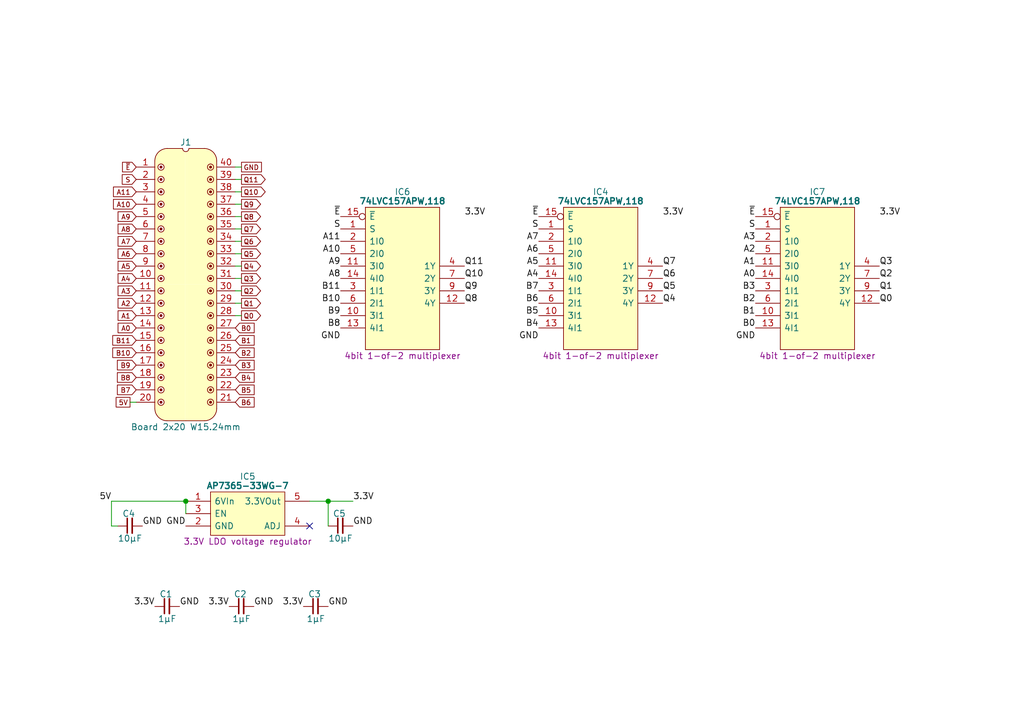
<source format=kicad_sch>
(kicad_sch (version 20250114) (generator "eeschema") (generator_version "9.0")
  (paper "A5")
  (title_block (title "Selector 12bit") (date "2024-02-19") (rev "V0"))
  (lib_symbols
    (symbol "Diodes_Inc:AP7365-33WG-7" (pin_names (offset 0.762))
      (property "Reference" "IC" (at 12.7 5.08 0))
      (property "Value" "AP7365-33WG-7" (at 12.7 3.175 0))
      (property "Description" "3.3V LDO voltage regulator" (at 12.7 -8.255 0))
      (symbol "AP7365-33WG-7_0_0"
        (pin input line (at 0 -2.54 0) (length 5.08) (name "EN") (number "3"))
        (pin passive line (at 0 -5.08 0) (length 5.08) (name "GND") (number "2"))
        (pin passive line (at 25.4 -5.08 180) (length 5.08) (name "ADJ") (number "4"))
      )
      (symbol "AP7365-33WG-7_0_1"
        (polyline (pts (xy 5.08 1.905) (xy 20.32 1.905) (xy 20.32 -6.985) (xy 5.08 -6.985) (xy 5.08 1.905)) (fill (type background)))
      )
      (symbol "AP7365-33WG-7_1_0"
        (pin passive line (at 0 0 0) (length 5.08) (name "6VIn") (number "1"))
        (pin passive line (at 25.4 0 180) (length 5.08) (name "3.3VOut") (number "5"))
      )
    )
    (symbol "HCP65:Board_02x20_W15.24mm" (pin_names (offset 1.016) (hide yes))
      (property "Reference" "J" (at 0 5.08 0))
      (property "Value" "Board 2x20 W15.24mm" (at 0 -53.34 0))
      (symbol "Board_02x20_W15.24mm_0_1"
        (polyline (pts (xy -6.35 1.27) (xy -6.35 -49.53)))
        (arc (start -3.8102 -52.0698) (mid -5.6063 -51.3259) (end -6.3502 -49.5298))
        (arc (start -6.35 1.27) (mid -5.6061 3.0661) (end -3.81 3.81))
        (polyline (pts (xy -3.81 3.81) (xy -0.635 3.81)))
        (arc (start 0.635 3.81) (mid 0 3.175) (end -0.635 3.81))
        (polyline (pts (xy 0.635 3.81) (xy 3.81 3.81)))
        (polyline (pts (xy 3.8098 -52.0698) (xy -3.81 -52.07)))
        (arc (start 3.81 3.81) (mid 5.6061 3.0661) (end 6.35 1.27))
        (arc (start 6.3498 -49.5298) (mid 5.6059 -51.3259) (end 3.8098 -52.0698))
        (polyline (pts (xy 6.35 -49.53) (xy 6.35 1.27)))
      )
      (symbol "Board_02x20_W15.24mm_1_1"
        (polyline (pts (xy -6.35 1.27) (xy -6.096 2.286) (xy -5.588 3.048) (xy -4.826 3.556) (xy -4.064 3.81) (xy -0.762 3.81) (xy -0.508 3.302) (xy 0 3.048) (xy 0 -24.13) (xy -6.35 -24.13) (xy -6.35 1.27)) (stroke (width -0.0001)) (fill (type background)))
        (polyline (pts (xy -6.35 -24.13) (xy 0 -24.13) (xy 0 -52.07) (xy -3.81 -52.07) (xy -4.826 -51.816) (xy -5.588 -51.308) (xy -6.096 -50.546) (xy -6.35 -49.53)) (stroke (width -0.0001)) (fill (type background)))
        (circle (center -5.08 0) (radius 0.0001) (stroke (width 0.3)))
        (circle (center -5.08 0) (radius 0.635) (fill (type color) (color 255 255 255 1)))
        (circle (center -5.08 -2.54) (radius 0.0001) (stroke (width 0.3)))
        (circle (center -5.08 -2.54) (radius 0.635) (fill (type color) (color 255 255 255 1)))
        (circle (center -5.08 -5.08) (radius 0.0001) (stroke (width 0.3)))
        (circle (center -5.08 -5.08) (radius 0.635) (fill (type color) (color 255 255 255 1)))
        (circle (center -5.08 -7.62) (radius 0.0001) (stroke (width 0.3)))
        (circle (center -5.08 -7.62) (radius 0.635) (fill (type color) (color 255 255 255 1)))
        (circle (center -5.08 -10.16) (radius 0.0001) (stroke (width 0.3)))
        (circle (center -5.08 -10.16) (radius 0.635) (fill (type color) (color 255 255 255 1)))
        (circle (center -5.08 -12.7) (radius 0.0001) (stroke (width 0.3)))
        (circle (center -5.08 -12.7) (radius 0.635) (fill (type color) (color 255 255 255 1)))
        (circle (center -5.08 -15.24) (radius 0.0001) (stroke (width 0.3)))
        (circle (center -5.08 -15.24) (radius 0.635) (fill (type color) (color 255 255 255 1)))
        (circle (center -5.08 -17.78) (radius 0.0001) (stroke (width 0.3)))
        (circle (center -5.08 -17.78) (radius 0.635) (fill (type color) (color 255 255 255 1)))
        (circle (center -5.08 -20.32) (radius 0.0001) (stroke (width 0.3)))
        (circle (center -5.08 -20.32) (radius 0.635) (fill (type color) (color 255 255 255 1)))
        (circle (center -5.08 -22.86) (radius 0.0001) (stroke (width 0.3)))
        (circle (center -5.08 -22.86) (radius 0.635) (fill (type color) (color 255 255 255 1)))
        (circle (center -5.08 -25.4) (radius 0.0001) (stroke (width 0.3)))
        (circle (center -5.08 -25.4) (radius 0.635) (fill (type color) (color 255 255 255 1)))
        (circle (center -5.08 -27.94) (radius 0.0001) (stroke (width 0.3)))
        (circle (center -5.08 -27.94) (radius 0.635) (fill (type color) (color 255 255 255 1)))
        (circle (center -5.08 -30.48) (radius 0.0001) (stroke (width 0.3)))
        (circle (center -5.08 -30.48) (radius 0.635) (fill (type color) (color 255 255 255 1)))
        (circle (center -5.08 -33.02) (radius 0.0001) (stroke (width 0.3)))
        (circle (center -5.08 -33.02) (radius 0.635) (fill (type color) (color 255 255 255 1)))
        (circle (center -5.08 -35.56) (radius 0.0001) (stroke (width 0.3)))
        (circle (center -5.08 -35.56) (radius 0.635) (fill (type color) (color 255 255 255 1)))
        (circle (center -5.08 -38.1) (radius 0.0001) (stroke (width 0.3)))
        (circle (center -5.08 -38.1) (radius 0.635) (fill (type color) (color 255 255 255 1)))
        (circle (center -5.08 -40.64) (radius 0.0001) (stroke (width 0.3)))
        (circle (center -5.08 -40.64) (radius 0.635) (fill (type color) (color 255 255 255 1)))
        (circle (center -5.08 -43.18) (radius 0.0001) (stroke (width 0.3)))
        (circle (center -5.08 -43.18) (radius 0.635) (fill (type color) (color 255 255 255 1)))
        (circle (center -5.08 -45.72) (radius 0.0001) (stroke (width 0.3)))
        (circle (center -5.08 -45.72) (radius 0.635) (fill (type color) (color 255 255 255 1)))
        (circle (center -5.08 -48.26) (radius 0.0001) (stroke (width 0.3)))
        (circle (center -5.08 -48.26) (radius 0.635) (fill (type color) (color 255 255 255 1)))
        (circle (center 5.08 0) (radius 0.0001) (stroke (width 0.3)))
        (circle (center 5.08 0) (radius 0.635) (fill (type color) (color 255 255 255 1)))
        (circle (center 5.08 -2.54) (radius 0.0001) (stroke (width 0.3)))
        (circle (center 5.08 -2.54) (radius 0.635) (fill (type color) (color 255 255 255 1)))
        (circle (center 5.08 -5.08) (radius 0.0001) (stroke (width 0.3)))
        (circle (center 5.08 -5.08) (radius 0.635) (fill (type color) (color 255 255 255 1)))
        (circle (center 5.08 -7.62) (radius 0.0001) (stroke (width 0.3)))
        (circle (center 5.08 -7.62) (radius 0.635) (fill (type color) (color 255 255 255 1)))
        (circle (center 5.08 -10.16) (radius 0.0001) (stroke (width 0.3)))
        (circle (center 5.08 -10.16) (radius 0.635) (fill (type color) (color 255 255 255 1)))
        (circle (center 5.08 -12.7) (radius 0.0001) (stroke (width 0.3)))
        (circle (center 5.08 -12.7) (radius 0.635) (fill (type color) (color 255 255 255 1)))
        (circle (center 5.08 -15.24) (radius 0.0001) (stroke (width 0.3)))
        (circle (center 5.08 -15.24) (radius 0.635) (fill (type color) (color 255 255 255 1)))
        (circle (center 5.08 -17.78) (radius 0.0001) (stroke (width 0.3)))
        (circle (center 5.08 -17.78) (radius 0.635) (fill (type color) (color 255 255 255 1)))
        (circle (center 5.08 -20.32) (radius 0.0001) (stroke (width 0.3)))
        (circle (center 5.08 -20.32) (radius 0.635) (fill (type color) (color 255 255 255 1)))
        (circle (center 5.08 -22.86) (radius 0.0001) (stroke (width 0.3)))
        (circle (center 5.08 -22.86) (radius 0.635) (fill (type color) (color 255 255 255 1)))
        (circle (center 5.08 -25.4) (radius 0.0001) (stroke (width 0.3)))
        (circle (center 5.08 -25.4) (radius 0.635) (fill (type color) (color 255 255 255 1)))
        (circle (center 5.08 -27.94) (radius 0.0001) (stroke (width 0.3)))
        (circle (center 5.08 -27.94) (radius 0.635) (fill (type color) (color 255 255 255 1)))
        (circle (center 5.08 -30.48) (radius 0.0001) (stroke (width 0.3)))
        (circle (center 5.08 -30.48) (radius 0.635) (fill (type color) (color 255 255 255 1)))
        (circle (center 5.08 -33.02) (radius 0.0001) (stroke (width 0.3)))
        (circle (center 5.08 -33.02) (radius 0.635) (fill (type color) (color 255 255 255 1)))
        (circle (center 5.08 -35.56) (radius 0.0001) (stroke (width 0.3)))
        (circle (center 5.08 -35.56) (radius 0.635) (fill (type color) (color 255 255 255 1)))
        (circle (center 5.08 -38.1) (radius 0.0001) (stroke (width 0.3)))
        (circle (center 5.08 -38.1) (radius 0.635) (fill (type color) (color 255 255 255 1)))
        (circle (center 5.08 -40.64) (radius 0.0001) (stroke (width 0.3)))
        (circle (center 5.08 -40.64) (radius 0.635) (fill (type color) (color 255 255 255 1)))
        (circle (center 5.08 -43.18) (radius 0.0001) (stroke (width 0.3)))
        (circle (center 5.08 -43.18) (radius 0.635) (fill (type color) (color 255 255 255 1)))
        (circle (center 5.08 -45.72) (radius 0.0001) (stroke (width 0.3)))
        (circle (center 5.08 -45.72) (radius 0.635) (fill (type color) (color 255 255 255 1)))
        (circle (center 5.08 -48.26) (radius 0.0001) (stroke (width 0.3)))
        (circle (center 5.08 -48.26) (radius 0.635) (fill (type color) (color 255 255 255 1)))
        (polyline (pts (xy 6.35 1.27) (xy 6.096 2.286) (xy 5.588 3.048) (xy 4.826 3.556) (xy 4.064 3.81) (xy 0.762 3.81) (xy 0.508 3.302) (xy 0 3.048) (xy 0 -24.13) (xy 6.35 -24.13) (xy 6.35 1.27)) (stroke (width -0.0001)) (fill (type background)))
        (polyline (pts (xy 6.35 -24.13) (xy 0 -24.13) (xy 0 -52.07) (xy 3.81 -52.07) (xy 4.826 -51.816) (xy 5.588 -51.308) (xy 6.096 -50.546) (xy 6.35 -49.53)) (stroke (width -0.0001)) (fill (type background)))
        (pin passive line (at -10.16 0 0) (length 3.81) (name "") (number "1"))
        (pin passive line (at -10.16 -2.54 0) (length 3.81) (name "") (number "2"))
        (pin passive line (at -10.16 -5.08 0) (length 3.81) (name "") (number "3"))
        (pin passive line (at -10.16 -7.62 0) (length 3.81) (name "") (number "4"))
        (pin passive line (at -10.16 -10.16 0) (length 3.81) (name "") (number "5"))
        (pin passive line (at -10.16 -12.7 0) (length 3.81) (name "") (number "6"))
        (pin passive line (at -10.16 -15.24 0) (length 3.81) (name "") (number "7"))
        (pin passive line (at -10.16 -17.78 0) (length 3.81) (name "") (number "8"))
        (pin passive line (at -10.16 -20.32 0) (length 3.81) (name "") (number "9"))
        (pin passive line (at -10.16 -22.86 0) (length 3.81) (name "") (number "10"))
        (pin passive line (at -10.16 -25.4 0) (length 3.81) (name "") (number "11"))
        (pin passive line (at -10.16 -27.94 0) (length 3.81) (name "") (number "12"))
        (pin passive line (at -10.16 -30.48 0) (length 3.81) (name "") (number "13"))
        (pin passive line (at -10.16 -33.02 0) (length 3.81) (name "") (number "14"))
        (pin passive line (at -10.16 -35.56 0) (length 3.81) (name "") (number "15"))
        (pin passive line (at -10.16 -38.1 0) (length 3.81) (name "") (number "16"))
        (pin passive line (at -10.16 -40.64 0) (length 3.81) (name "") (number "17"))
        (pin passive line (at -10.16 -43.18 0) (length 3.81) (name "") (number "18"))
        (pin passive line (at -10.16 -45.72 0) (length 3.81) (name "") (number "19"))
        (pin passive line (at -10.16 -48.26 0) (length 3.81) (name "") (number "20"))
        (pin passive line (at 10.16 0 180) (length 3.81) (name "") (number "40"))
        (pin passive line (at 10.16 -2.54 180) (length 3.81) (name "") (number "39"))
        (pin passive line (at 10.16 -5.08 180) (length 3.81) (name "") (number "38"))
        (pin passive line (at 10.16 -7.62 180) (length 3.81) (name "") (number "37"))
        (pin passive line (at 10.16 -10.16 180) (length 3.81) (name "") (number "36"))
        (pin passive line (at 10.16 -12.7 180) (length 3.81) (name "") (number "35"))
        (pin passive line (at 10.16 -15.24 180) (length 3.81) (name "") (number "34"))
        (pin passive line (at 10.16 -17.78 180) (length 3.81) (name "") (number "33"))
        (pin passive line (at 10.16 -20.32 180) (length 3.81) (name "") (number "32"))
        (pin passive line (at 10.16 -22.86 180) (length 3.81) (name "") (number "31"))
        (pin passive line (at 10.16 -25.4 180) (length 3.81) (name "") (number "30"))
        (pin passive line (at 10.16 -27.94 180) (length 3.81) (name "") (number "29"))
        (pin passive line (at 10.16 -30.48 180) (length 3.81) (name "") (number "28"))
        (pin passive line (at 10.16 -33.02 180) (length 3.81) (name "") (number "27"))
        (pin passive line (at 10.16 -35.56 180) (length 3.81) (name "") (number "26"))
        (pin passive line (at 10.16 -38.1 180) (length 3.81) (name "") (number "25"))
        (pin passive line (at 10.16 -40.64 180) (length 3.81) (name "") (number "24"))
        (pin passive line (at 10.16 -43.18 180) (length 3.81) (name "") (number "23"))
        (pin passive line (at 10.16 -45.72 180) (length 3.81) (name "") (number "22"))
        (pin passive line (at 10.16 -48.26 180) (length 3.81) (name "") (number "21"))
      )
    )
    (symbol "HCP65:C_0805" (pin_numbers (hide yes)) (pin_names (offset 0.254) (hide yes))
      (property "Reference" "C" (at 2.286 2.54 0))
      (property "Value" "?μF" (at 2.54 -2.54 0))
      (symbol "C_0805_0_1"
        (polyline (pts (xy 1.9685 -1.4605) (xy 1.9685 1.5875)) (stroke (width 0.3048)))
        (polyline (pts (xy 2.9845 -1.4605) (xy 2.9845 1.5875)) (stroke (width 0.3302)))
      )
      (symbol "C_0805_1_1"
        (pin passive line (at 0 0 0) (length 2.032) (name "~") (number "1"))
        (pin passive line (at 5.08 0 180) (length 2.032) (name "~") (number "2"))
      )
    )
    (symbol "Nexperia:74LVC157APW,118" (pin_names (offset 0.762))
      (property "Reference" "IC" (at 12.7 5.08 0))
      (property "Value" "74LVC157APW,118" (at 12.7 3.175 0))
      (property "Description" "4bit 1-of-2 multiplexer" (at 12.7 -28.575 0))
      (symbol "74LVC157APW,118_0_0"
        (pin input line (at 0 -2.54 0) (length 5.08) (name "S") (number "1"))
        (pin input line (at 0 -5.08 0) (length 5.08) (name "1I0") (number "2"))
        (pin input line (at 0 -7.62 0) (length 5.08) (name "2I0") (number "5"))
        (pin input line (at 0 -10.16 0) (length 5.08) (name "3I0") (number "11"))
        (pin input line (at 0 -12.7 0) (length 5.08) (name "4I0") (number "14"))
        (pin input line (at 0 -15.24 0) (length 5.08) (name "1I1") (number "3"))
        (pin input line (at 0 -17.78 0) (length 5.08) (name "2I1") (number "6"))
        (pin input line (at 0 -20.32 0) (length 5.08) (name "3I1") (number "10"))
        (pin input line (at 0 -22.86 0) (length 5.08) (name "4I1") (number "13"))
        (pin passive line (at 0 -25.4 0) (length 5.08) (hide yes) (name "GND") (number "8"))
        (pin passive line (at 25.4 0 180) (length 5.08) (hide yes) (name "3V") (number "16"))
        (pin output line (at 25.4 -10.16 180) (length 5.08) (name "1Y") (number "4"))
        (pin output line (at 25.4 -12.7 180) (length 5.08) (name "2Y") (number "7"))
        (pin output line (at 25.4 -15.24 180) (length 5.08) (name "3Y") (number "9"))
        (pin output line (at 25.4 -17.78 180) (length 5.08) (name "4Y") (number "12"))
      )
      (symbol "74LVC157APW,118_0_1"
        (polyline (pts (xy 5.08 1.905) (xy 20.32 1.905) (xy 20.32 -27.305) (xy 5.08 -27.305) (xy 5.08 1.905)) (stroke (width 0.1524)) (fill (type background)))
      )
      (symbol "74LVC157APW,118_1_0"
        (pin input inverted (at 0 0 0) (length 5.08) (name "~{E}") (number "15"))
      )
    )
  )
  (junction (at 38.1 102.87))
  (junction (at 67.31 102.87))
  (no_connect (at 63.5 107.95))
  (wire (pts (xy 26.67 82.55) (xy 27.94 82.55)))
  (wire (pts (xy 49.53 62.23) (xy 48.26 62.23)))
  (wire (pts (xy 67.31 107.95) (xy 67.31 102.87)))
  (wire (pts (xy 49.53 57.15) (xy 48.26 57.15)))
  (wire (pts (xy 49.53 46.99) (xy 48.26 46.99)))
  (wire (pts (xy 49.53 54.61) (xy 48.26 54.61)))
  (wire (pts (xy 49.53 39.37) (xy 48.26 39.37)))
  (wire (pts (xy 22.86 102.87) (xy 38.1 102.87)))
  (wire (pts (xy 49.53 49.53) (xy 48.26 49.53)))
  (wire (pts (xy 38.1 102.87) (xy 38.1 105.41)))
  (wire (pts (xy 49.53 34.29) (xy 48.26 34.29)))
  (wire (pts (xy 49.53 59.69) (xy 48.26 59.69)))
  (wire (pts (xy 49.53 44.45) (xy 48.26 44.45)))
  (wire (pts (xy 63.5 102.87) (xy 67.31 102.87)))
  (wire (pts (xy 49.53 52.07) (xy 48.26 52.07)))
  (wire (pts (xy 49.53 64.77) (xy 48.26 64.77)))
  (wire (pts (xy 22.86 102.87) (xy 22.86 107.95)))
  (wire (pts (xy 49.53 36.83) (xy 48.26 36.83)))
  (wire (pts (xy 49.53 41.91) (xy 48.26 41.91)))
  (wire (pts (xy 22.86 107.95) (xy 24.13 107.95)))
  (wire (pts (xy 67.31 102.87) (xy 72.39 102.87)))
  (label "Q8" (at 95.25 62.23 0))
  (label "GND" (at 67.31 124.46 0))
  (label "A11" (at 69.85 49.53 180))
  (label "GND" (at 72.39 107.95 0))
  (label "B11" (at 69.85 59.69 180))
  (label "S" (at 110.49 46.99 180))
  (label "A3" (at 154.94 49.53 180))
  (label "A2" (at 154.94 52.07 180))
  (label "A6" (at 110.49 52.07 180))
  (label "B10" (at 69.85 62.23 180))
  (label "GND" (at 69.85 69.85 180))
  (label "GND" (at 29.21 107.95 0))
  (label "5V" (at 22.86 102.87 180))
  (label "~{E}" (at 69.85 44.45 180))
  (label "Q2" (at 180.34 57.15 0))
  (label "B1" (at 154.94 64.77 180))
  (label "S" (at 69.85 46.99 180))
  (label "Q9" (at 95.25 59.69 0))
  (label "GND" (at 38.1 107.95 180))
  (label "A9" (at 69.85 54.61 180))
  (label "A0" (at 154.94 57.15 180))
  (label "Q10" (at 95.25 57.15 0))
  (label "3.3V" (at 180.34 44.45 0))
  (label "B5" (at 110.49 64.77 180))
  (label "3.3V" (at 95.25 44.45 0))
  (label "3.3V" (at 31.75 124.46 180))
  (label "A7" (at 110.49 49.53 180))
  (label "3.3V" (at 46.99 124.46 180))
  (label "Q1" (at 180.34 59.69 0))
  (label "Q3" (at 180.34 54.61 0))
  (label "B7" (at 110.49 59.69 180))
  (label "GND" (at 110.49 69.85 180))
  (label "Q6" (at 135.89 57.15 0))
  (label "~{E}" (at 110.49 44.45 180))
  (label "3.3V" (at 135.89 44.45 0))
  (label "Q5" (at 135.89 59.69 0))
  (label "B9" (at 69.85 64.77 180))
  (label "GND" (at 52.07 124.46 0))
  (label "B4" (at 110.49 67.31 180))
  (label "A1" (at 154.94 54.61 180))
  (label "GND" (at 36.83 124.46 0))
  (label "B3" (at 154.94 59.69 180))
  (label "B2" (at 154.94 62.23 180))
  (label "Q11" (at 95.25 54.61 0))
  (label "3.3V" (at 72.39 102.87 0))
  (label "S" (at 154.94 46.99 180))
  (label "B8" (at 69.85 67.31 180))
  (label "A4" (at 110.49 57.15 180))
  (label "GND" (at 154.94 69.85 180))
  (label "3.3V" (at 62.23 124.46 180))
  (label "A8" (at 69.85 57.15 180))
  (label "B0" (at 154.94 67.31 180))
  (label "A5" (at 110.49 54.61 180))
  (label "~{E}" (at 154.94 44.45 180))
  (label "B6" (at 110.49 62.23 180))
  (label "Q7" (at 135.89 54.61 0))
  (label "A10" (at 69.85 52.07 180))
  (label "Q4" (at 135.89 62.23 0))
  (label "Q0" (at 180.34 62.23 0))
  (global_label "B5" (shape input) (at 48.26 80.01 0) (effects (font (size 1 1))) (property "Intersheetrefs" "${INTERSHEET_REFS}" (effects (hide yes))))
  (global_label "A4" (shape input) (at 27.94 57.15 180) (effects (font (size 1 1))) (property "Intersheetrefs" "${INTERSHEET_REFS}" (effects (hide yes))))
  (global_label "S" (shape input) (at 27.94 36.83 180) (effects (font (size 1 1))) (property "Intersheetrefs" "${INTERSHEET_REFS}" (effects (hide yes))))
  (global_label "B8" (shape input) (at 27.94 77.47 180) (effects (font (size 1 1))) (property "Intersheetrefs" "${INTERSHEET_REFS}" (effects (hide yes))))
  (global_label "Q6" (shape output) (at 49.53 49.53 0) (effects (font (size 1 1))) (property "Intersheetrefs" "${INTERSHEET_REFS}" (effects (hide yes))))
  (global_label "Q3" (shape output) (at 49.53 57.15 0) (effects (font (size 1 1))) (property "Intersheetrefs" "${INTERSHEET_REFS}" (effects (hide yes))))
  (global_label "A6" (shape input) (at 27.94 52.07 180) (effects (font (size 1 1))) (property "Intersheetrefs" "${INTERSHEET_REFS}" (effects (hide yes))))
  (global_label "Q7" (shape output) (at 49.53 46.99 0) (effects (font (size 1 1))) (property "Intersheetrefs" "${INTERSHEET_REFS}" (effects (hide yes))))
  (global_label "B3" (shape input) (at 48.26 74.93 0) (effects (font (size 1 1))) (property "Intersheetrefs" "${INTERSHEET_REFS}" (effects (hide yes))))
  (global_label "Q9" (shape output) (at 49.53 41.91 0) (effects (font (size 1 1))) (property "Intersheetrefs" "${INTERSHEET_REFS}" (effects (hide yes))))
  (global_label "Q4" (shape output) (at 49.53 54.61 0) (effects (font (size 1 1))) (property "Intersheetrefs" "${INTERSHEET_REFS}" (effects (hide yes))))
  (global_label "A5" (shape input) (at 27.94 54.61 180) (effects (font (size 1 1))) (property "Intersheetrefs" "${INTERSHEET_REFS}" (effects (hide yes))))
  (global_label "A7" (shape input) (at 27.94 49.53 180) (effects (font (size 1 1))) (property "Intersheetrefs" "${INTERSHEET_REFS}" (effects (hide yes))))
  (global_label "B1" (shape input) (at 48.26 69.85 0) (effects (font (size 1 1))) (property "Intersheetrefs" "${INTERSHEET_REFS}" (effects (hide yes))))
  (global_label "B11" (shape input) (at 27.94 69.85 180) (effects (font (size 1 1))) (property "Intersheetrefs" "${INTERSHEET_REFS}" (effects (hide yes))))
  (global_label "B2" (shape input) (at 48.26 72.39 0) (effects (font (size 1 1))) (property "Intersheetrefs" "${INTERSHEET_REFS}" (effects (hide yes))))
  (global_label "B4" (shape input) (at 48.26 77.47 0) (effects (font (size 1 1))) (property "Intersheetrefs" "${INTERSHEET_REFS}" (effects (hide yes))))
  (global_label "A3" (shape input) (at 27.94 59.69 180) (effects (font (size 1 1))) (property "Intersheetrefs" "${INTERSHEET_REFS}" (effects (hide yes))))
  (global_label "B10" (shape input) (at 27.94 72.39 180) (effects (font (size 1 1))) (property "Intersheetrefs" "${INTERSHEET_REFS}" (effects (hide yes))))
  (global_label "GND" (shape passive) (at 49.53 34.29 0) (effects (font (size 1 1))) (property "Intersheetrefs" "${INTERSHEET_REFS}" (effects (hide yes))))
  (global_label "A9" (shape input) (at 27.94 44.45 180) (effects (font (size 1 1))) (property "Intersheetrefs" "${INTERSHEET_REFS}" (effects (hide yes))))
  (global_label "B9" (shape input) (at 27.94 74.93 180) (effects (font (size 1 1))) (property "Intersheetrefs" "${INTERSHEET_REFS}" (effects (hide yes))))
  (global_label "B7" (shape input) (at 27.94 80.01 180) (effects (font (size 1 1))) (property "Intersheetrefs" "${INTERSHEET_REFS}" (effects (hide yes))))
  (global_label "A0" (shape input) (at 27.94 67.31 180) (effects (font (size 1 1))) (property "Intersheetrefs" "${INTERSHEET_REFS}" (effects (hide yes))))
  (global_label "A10" (shape input) (at 27.94 41.91 180) (effects (font (size 1 1))) (property "Intersheetrefs" "${INTERSHEET_REFS}" (effects (hide yes))))
  (global_label "Q1" (shape output) (at 49.53 62.23 0) (effects (font (size 1 1))) (property "Intersheetrefs" "${INTERSHEET_REFS}" (effects (hide yes))))
  (global_label "Q11" (shape output) (at 49.53 36.83 0) (effects (font (size 1 1))) (property "Intersheetrefs" "${INTERSHEET_REFS}" (effects (hide yes))))
  (global_label "Q8" (shape output) (at 49.53 44.45 0) (effects (font (size 1 1))) (property "Intersheetrefs" "${INTERSHEET_REFS}" (effects (hide yes))))
  (global_label "A11" (shape input) (at 27.94 39.37 180) (effects (font (size 1 1))) (property "Intersheetrefs" "${INTERSHEET_REFS}" (effects (hide yes))))
  (global_label "~{E}" (shape input) (at 27.94 34.29 180) (effects (font (size 1 1))) (property "Intersheetrefs" "${INTERSHEET_REFS}" (effects (hide yes))))
  (global_label "B0" (shape input) (at 48.26 67.31 0) (effects (font (size 1 1))) (property "Intersheetrefs" "${INTERSHEET_REFS}" (effects (hide yes))))
  (global_label "Q0" (shape output) (at 49.53 64.77 0) (effects (font (size 1 1))) (property "Intersheetrefs" "${INTERSHEET_REFS}" (effects (hide yes))))
  (global_label "Q5" (shape output) (at 49.53 52.07 0) (effects (font (size 1 1))) (property "Intersheetrefs" "${INTERSHEET_REFS}" (effects (hide yes))))
  (global_label "A1" (shape input) (at 27.94 64.77 180) (effects (font (size 1 1))) (property "Intersheetrefs" "${INTERSHEET_REFS}" (effects (hide yes))))
  (global_label "5V" (shape passive) (at 26.67 82.55 180) (effects (font (size 1 1))) (property "Intersheetrefs" "${INTERSHEET_REFS}" (effects (hide yes))))
  (global_label "A8" (shape input) (at 27.94 46.99 180) (effects (font (size 1 1))) (property "Intersheetrefs" "${INTERSHEET_REFS}" (effects (hide yes))))
  (global_label "A2" (shape input) (at 27.94 62.23 180) (effects (font (size 1 1))) (property "Intersheetrefs" "${INTERSHEET_REFS}" (effects (hide yes))))
  (global_label "Q2" (shape output) (at 49.53 59.69 0) (effects (font (size 1 1))) (property "Intersheetrefs" "${INTERSHEET_REFS}" (effects (hide yes))))
  (global_label "Q10" (shape output) (at 49.53 39.37 0) (effects (font (size 1 1))) (property "Intersheetrefs" "${INTERSHEET_REFS}" (effects (hide yes))))
  (global_label "B6" (shape input) (at 48.26 82.55 0) (effects (font (size 1 1))) (property "Intersheetrefs" "${INTERSHEET_REFS}" (effects (hide yes))))
  (symbol (lib_id "HCP65:Board_02x20_W15.24mm") (at 38.1 34.29 0) (unit 1)
    (property "Reference" "J1" (at 38.1 29.21 0))
    (property "Value" "Board 2x20 W15.24mm" (at 38.1 87.63 0))
    (property "Footprint" "SamacSys_Parts:DIP-40_Board_W15.24mm_Alt" (effects (hide yes)))
  )
  (symbol (lib_id "HCP65:C_0805") (at 62.23 124.46 0) (unit 1)
    (property "Reference" "C3" (at 64.516 121.92 0))
    (property "Value" "1μF" (at 64.77 127 0))
    (property "Footprint" "SamacSys_Parts:C_0805" (effects (hide yes)))
  )
  (symbol (lib_id "HCP65:C_0805") (at 31.75 124.46 0) (unit 1)
    (property "Reference" "C1" (at 34.036 121.92 0))
    (property "Value" "1μF" (at 34.29 127 0))
    (property "Footprint" "SamacSys_Parts:C_0805" (effects (hide yes)))
  )
  (symbol (lib_id "Nexperia:74LVC157APW,118") (at 154.94 44.45 0) (unit 1)
    (property "Reference" "IC7" (at 167.64 39.37 0))
    (property "Value" "74LVC157APW,118" (at 167.64 41.275 0) (effects (font (bold yes))))
    (property "Footprint" "SamacSys_Parts:SOP65P640X110-16N" (effects (hide yes)))
    (property "Datasheet" "https://assets.nexperia.com/documents/data-sheet/74LVC157A.pdf" (effects (hide yes)))
    (property "Description" "4bit 1-of-2 multiplexer" (at 167.64 73.025 0))
    (property "Height" "1.1" (effects (hide yes)))
    (property "Mouser Part Number" "771-74LVC157APW-T" (effects (hide yes)))
    (property "Mouser Price/Stock" "https://www.mouser.co.uk/ProductDetail/Nexperia/74LVC157APW118?qs=me8TqzrmIYWzCqHfrjyLrQ%3D%3D" (effects (hide yes)))
    (property "Manufacturer_Name" "Nexperia" (effects (hide yes)))
    (property "Manufacturer_Part_Number" "74LVC157APW,118" (effects (hide yes)))
    (property "Silkscreen" "74LVC157" (effects (hide yes)))
  )
  (symbol (lib_id "HCP65:C_0805") (at 46.99 124.46 0) (unit 1)
    (property "Reference" "C2" (at 49.276 121.92 0))
    (property "Value" "1μF" (at 49.53 127 0))
    (property "Footprint" "SamacSys_Parts:C_0805" (effects (hide yes)))
  )
  (symbol (lib_id "Nexperia:74LVC157APW,118") (at 110.49 44.45 0) (unit 1)
    (property "Reference" "IC4" (at 123.19 39.37 0))
    (property "Value" "74LVC157APW,118" (at 123.19 41.275 0) (effects (font (bold yes))))
    (property "Footprint" "SamacSys_Parts:SOP65P640X110-16N" (effects (hide yes)))
    (property "Datasheet" "https://assets.nexperia.com/documents/data-sheet/74LVC157A.pdf" (effects (hide yes)))
    (property "Description" "4bit 1-of-2 multiplexer" (at 123.19 73.025 0))
    (property "Height" "1.1" (effects (hide yes)))
    (property "Mouser Part Number" "771-74LVC157APW-T" (effects (hide yes)))
    (property "Mouser Price/Stock" "https://www.mouser.co.uk/ProductDetail/Nexperia/74LVC157APW118?qs=me8TqzrmIYWzCqHfrjyLrQ%3D%3D" (effects (hide yes)))
    (property "Manufacturer_Name" "Nexperia" (effects (hide yes)))
    (property "Manufacturer_Part_Number" "74LVC157APW,118" (effects (hide yes)))
    (property "Silkscreen" "74LVC157" (effects (hide yes)))
  )
  (symbol (lib_id "Nexperia:74LVC157APW,118") (at 69.85 44.45 0) (unit 1)
    (property "Reference" "IC6" (at 82.55 39.37 0))
    (property "Value" "74LVC157APW,118" (at 82.55 41.275 0) (effects (font (bold yes))))
    (property "Footprint" "SamacSys_Parts:SOP65P640X110-16N" (effects (hide yes)))
    (property "Datasheet" "https://assets.nexperia.com/documents/data-sheet/74LVC157A.pdf" (effects (hide yes)))
    (property "Description" "4bit 1-of-2 multiplexer" (at 82.55 73.025 0))
    (property "Height" "1.1" (effects (hide yes)))
    (property "Mouser Part Number" "771-74LVC157APW-T" (effects (hide yes)))
    (property "Mouser Price/Stock" "https://www.mouser.co.uk/ProductDetail/Nexperia/74LVC157APW118?qs=me8TqzrmIYWzCqHfrjyLrQ%3D%3D" (effects (hide yes)))
    (property "Manufacturer_Name" "Nexperia" (effects (hide yes)))
    (property "Manufacturer_Part_Number" "74LVC157APW,118" (effects (hide yes)))
    (property "Silkscreen" "74LVC157" (effects (hide yes)))
  )
  (symbol (lib_id "HCP65:C_0805") (at 24.13 107.95 0) (unit 1)
    (property "Reference" "C4" (at 26.416 105.41 0))
    (property "Value" "10µF" (at 24.13 110.49 0) (effects (justify left)))
    (property "Footprint" "SamacSys_Parts:C_0805" (effects (hide yes)))
  )
  (symbol (lib_id "Diodes_Inc:AP7365-33WG-7") (at 38.1 102.87 0) (unit 1)
    (property "Reference" "IC5" (at 50.8 97.79 0))
    (property "Value" "AP7365-33WG-7" (at 50.8 99.695 0) (effects (font (bold yes))))
    (property "Footprint" "SamacSys_Parts:SOT95P285X130-5N" (effects (hide yes)))
    (property "Datasheet" "https://componentsearchengine.com/Datasheets/1/AP7365-33WG-7.pdf" (effects (hide yes)))
    (property "Description" "3.3V LDO voltage regulator" (at 50.8 111.125 0))
    (property "Height" "1.3" (effects (hide yes)))
    (property "Manufacturer_Name" "Diodes Inc." (effects (hide yes)))
    (property "Manufacturer_Part_Number" "AP7365-33WG-7" (effects (hide yes)))
    (property "Mouser Part Number" "621-AP7365-33WG-7" (effects (hide yes)))
    (property "Mouser Price/Stock" "https://www.mouser.co.uk/ProductDetail/Diodes-Incorporated/AP7365-33WG-7?qs=abZ1nkZpTuOZFvxvoFPL0w%3D%3D" (effects (hide yes)))
    (property "Arrow Part Number" "AP7365-33WG-7" (effects (hide yes)))
    (property "Arrow Price/Stock" "https://www.arrow.com/en/products/ap7365-33wg-7/diodes-incorporated?region=nac" (effects (hide yes)))
    (property "Silkscreen" "AP7365" (effects (hide yes)))
  )
  (symbol (lib_id "HCP65:C_0805") (at 67.31 107.95 0) (unit 1)
    (property "Reference" "C5" (at 69.596 105.41 0))
    (property "Value" "10µF" (at 67.31 110.49 0) (effects (justify left)))
    (property "Footprint" "SamacSys_Parts:C_0805" (effects (hide yes)))
  )
)
</source>
